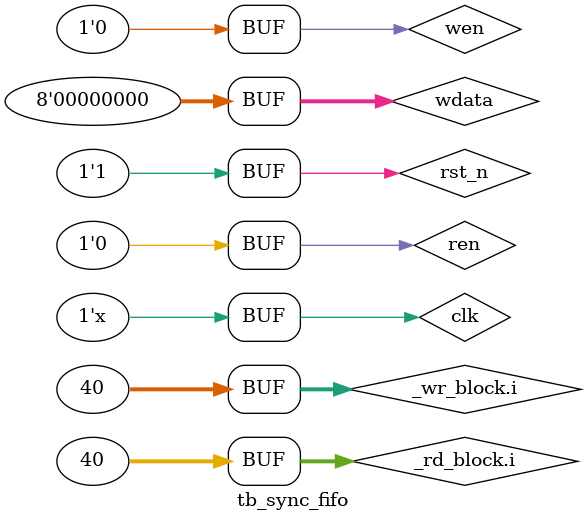
<source format=v>
`timescale 1ns / 1ps

module tb_async_fifo();
	reg wclk = 0;
	reg rclk = 0;
	reg rst_n = 0;
	reg [7:0] wdata = 0;
	reg wen = 0;
	reg ren = 0;
	wire wfull, rempty;
	wire [7:0] rdata;

	always #5 wclk <= ~wclk; //100MHz
	always #4 rclk <= ~rclk; //125MHz

	initial begin
		#20 rst_n <= 1;
	end

	initial begin : _wr_block
		integer i;
		#40;
		wen <= 1;
		for (i = 0; i < 32; i = i + 1'b1)
			#10 wdata <= wdata + 1'b1;
		wen <= 0;
		#440
		wen <= 1;
		for (i = 0; i < 40; i = i + 1'b1)
			#10 wdata <= wdata + 1'b1;
		wen <= 0;
	end

	initial begin : _rd_block
		integer i;
		#200;
		ren <= 1;
		for (i = 0; i < 32; i = i + 1'b1)
			#8;
		ren <= 0;
		#800
		ren <= 1;
		for (i = 0; i < 40; i = i + 1'b1)
			#8;
		ren <= 0;

	end

	async_fifo #(8,5) fifo (wclk, rclk, rst_n, rst_n, wen, wdata, wfull, ren, rdata, rempty);

endmodule

module tb_sync_fifo();
	reg clk = 0;
	reg rst_n = 0;
	reg [7:0] wdata = 0;
	reg wen = 0;
	reg ren = 0;
	wire wfull, rempty;
	wire [7:0] rdata;

	always #5 clk <= ~clk; //100MHz

	initial begin
		#20 rst_n <= 1;
	end

	initial begin : _wr_block
		integer i;
		#40;
		wen <= 1;
		for (i = 0; i < 32; i = i + 1'b1)
			#10 wdata <= wdata + 1'b1;
		wen <= 0;
		#440
		wen <= 1;
		for (i = 0; i < 40; i = i + 1'b1)
			#10 wdata <= wdata + 1'b1;
		wen <= 0;
	end

	initial begin : _rd_block
		integer i;
		#200;
		ren <= 1;
		for (i = 0; i < 32; i = i + 1'b1)
			#10;
		ren <= 0;
		#680
		ren <= 1;
		for (i = 0; i < 40; i = i + 1'b1)
			#10;
		ren <= 0;

	end

	sync_fifo #(8,5) fifo (clk, rst_n, wen, wdata, wfull, ren, rdata, rempty);

endmodule

</source>
